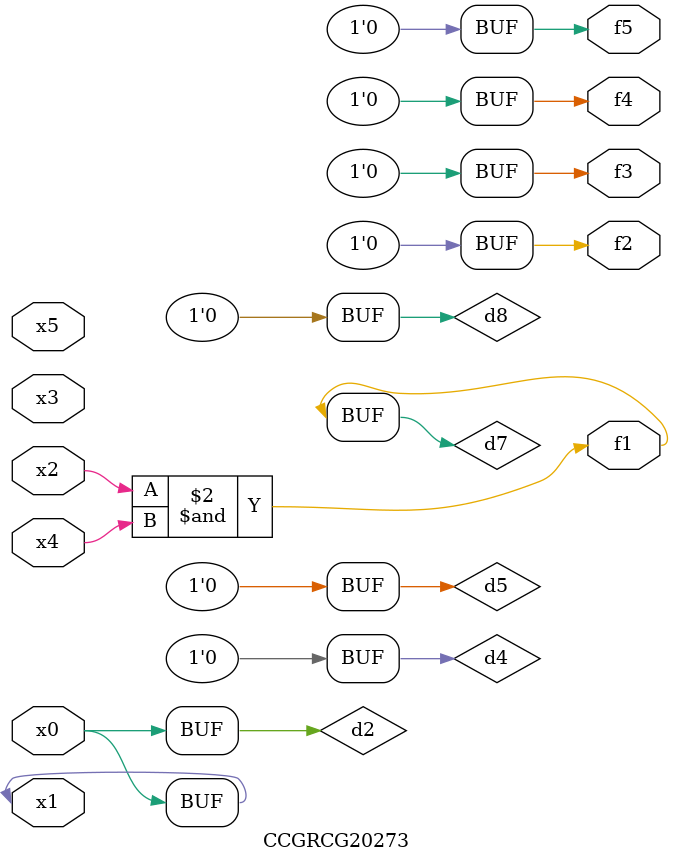
<source format=v>
module CCGRCG20273(
	input x0, x1, x2, x3, x4, x5,
	output f1, f2, f3, f4, f5
);

	wire d1, d2, d3, d4, d5, d6, d7, d8, d9;

	nand (d1, x1);
	buf (d2, x0, x1);
	nand (d3, x2, x4);
	and (d4, d1, d2);
	and (d5, d1, d2);
	nand (d6, d1, d3);
	not (d7, d3);
	xor (d8, d5);
	nor (d9, d5, d6);
	assign f1 = d7;
	assign f2 = d8;
	assign f3 = d8;
	assign f4 = d8;
	assign f5 = d8;
endmodule

</source>
